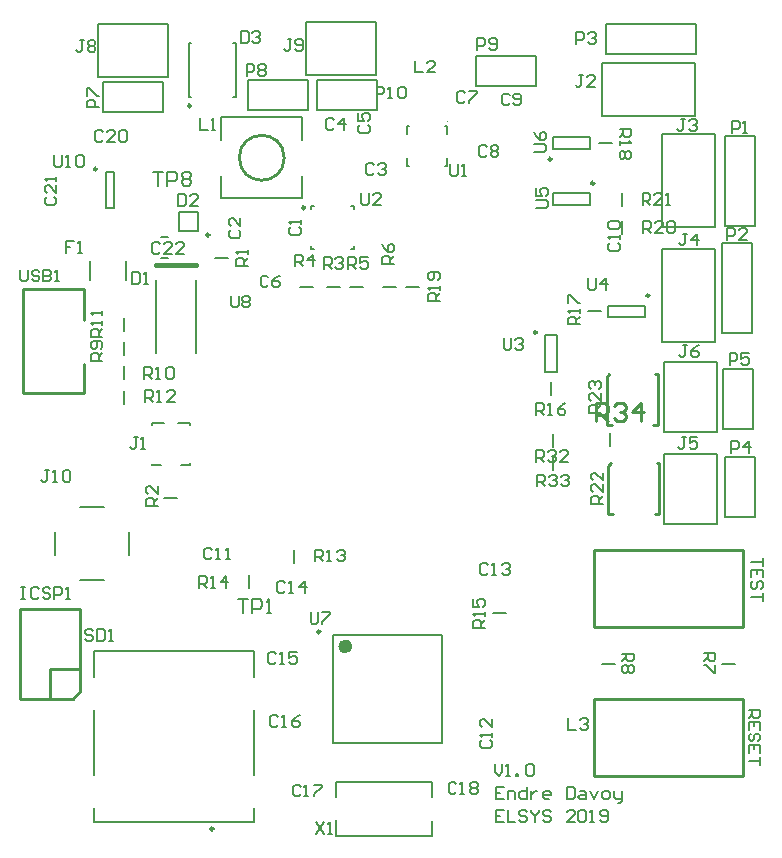
<source format=gto>
G04*
G04 #@! TF.GenerationSoftware,Altium Limited,Altium Designer,18.1.9 (240)*
G04*
G04 Layer_Color=65535*
%FSLAX44Y44*%
%MOMM*%
G71*
G01*
G75*
%ADD10C,0.2540*%
%ADD11C,0.1000*%
%ADD12C,0.2500*%
%ADD13C,0.6000*%
%ADD14C,0.2000*%
%ADD15C,0.4000*%
D10*
X235841Y575684D02*
G03*
X235841Y575684I-19002J0D01*
G01*
X12300Y194046D02*
X63100D01*
X12300Y117846D02*
Y194046D01*
X37700Y143246D02*
X63100D01*
X37700Y117846D02*
Y143246D01*
X63100Y124196D02*
Y194046D01*
X56750Y117846D02*
X63100Y124196D01*
X12300Y117846D02*
X56750D01*
X498190Y52340D02*
X623920D01*
Y117110D01*
X498190D02*
X623920D01*
X498190Y52340D02*
Y117110D01*
X66000Y376250D02*
Y400750D01*
X14750Y376250D02*
X66000D01*
Y438000D02*
Y464750D01*
X14750D02*
X66000D01*
X14750Y376250D02*
Y464750D01*
X509000Y349500D02*
Y390500D01*
X511000Y392500D01*
X509000Y349500D02*
X513000D01*
X548000D02*
X552000D01*
X550000Y392500D02*
X552000D01*
Y349500D02*
Y392500D01*
X510390Y274000D02*
Y315000D01*
X512390Y317000D01*
X510390Y274000D02*
X514390D01*
X549390D02*
X553390D01*
X551390Y317000D02*
X553390D01*
Y274000D02*
Y317000D01*
X498360Y178450D02*
X624090D01*
Y243220D01*
X498360D02*
X624090D01*
X498360Y178450D02*
Y243220D01*
X499998Y352712D02*
Y367947D01*
X507616D01*
X510155Y365408D01*
Y360330D01*
X507616Y357790D01*
X499998D01*
X505076D02*
X510155Y352712D01*
X515233Y365408D02*
X517772Y367947D01*
X522851D01*
X525390Y365408D01*
Y362869D01*
X522851Y360330D01*
X520311D01*
X522851D01*
X525390Y357790D01*
Y355251D01*
X522851Y352712D01*
X517772D01*
X515233Y355251D01*
X538086Y352712D02*
Y367947D01*
X530468Y360330D01*
X540625D01*
D11*
X374068Y606545D02*
G03*
X374068Y606545I-500J0D01*
G01*
D12*
X253338Y533433D02*
G03*
X253338Y533433I-1250J0D01*
G01*
X462250Y574574D02*
G03*
X462250Y574574I-1250J0D01*
G01*
X266250Y174500D02*
G03*
X266250Y174500I-1250J0D01*
G01*
X172438Y510313D02*
G03*
X172438Y510313I-1250J0D01*
G01*
X156873Y619605D02*
G03*
X156873Y619605I-1250J0D01*
G01*
X175910Y7500D02*
G03*
X175910Y7500I-1250J0D01*
G01*
X77328Y566116D02*
G03*
X77328Y566116I-1250J0D01*
G01*
X498250Y554074D02*
G03*
X498250Y554074I-1250J0D01*
G01*
X544955Y459092D02*
G03*
X544955Y459092I-1250J0D01*
G01*
X449710Y428000D02*
G03*
X449710Y428000I-1250J0D01*
G01*
D13*
X290500Y162000D02*
G03*
X290500Y162000I-3000J0D01*
G01*
D14*
X512000Y331500D02*
Y342500D01*
X156052Y349250D02*
Y351000D01*
X146052D02*
X156052D01*
X124052Y349250D02*
Y351000D01*
X134052D01*
X156052Y315500D02*
Y317000D01*
X148802Y315500D02*
X156052D01*
X124052D02*
X131302D01*
X124052D02*
Y316750D01*
X251128Y541393D02*
Y560443D01*
X182548Y541393D02*
X251128D01*
X182548D02*
Y560443D01*
Y590923D02*
Y609973D01*
X251128D01*
Y590923D02*
Y609973D01*
X339568Y568545D02*
Y575095D01*
Y595995D02*
Y602545D01*
X373568Y568545D02*
Y575095D01*
Y595995D02*
Y602545D01*
X339568Y568545D02*
X341318D01*
X371818D02*
X373568D01*
X339568Y602545D02*
X341318D01*
X371818D02*
X373568D01*
X258588Y498433D02*
X261088D01*
X258588D02*
Y500933D01*
X292588Y498433D02*
X295088D01*
Y500933D01*
Y532433D02*
Y534933D01*
X292588D02*
X295088D01*
X258588D02*
X261088D01*
X258588Y532433D02*
Y534933D01*
X463500Y583074D02*
X494500D01*
X463500Y593074D02*
X494500D01*
X463500Y583074D02*
Y593074D01*
X494500Y583074D02*
Y593074D01*
X279360Y1140D02*
Y15110D01*
Y1140D02*
X360640D01*
Y13840D01*
Y34160D02*
Y46860D01*
X279360Y34160D02*
Y46860D01*
X360640D01*
X277500Y80000D02*
Y172000D01*
X369500Y80000D02*
Y172000D01*
X277500D02*
X369500D01*
X277500Y80000D02*
X369500D01*
X147038Y513663D02*
X162638D01*
X147038D02*
Y530163D01*
X162638D01*
Y513663D02*
Y530163D01*
X192553Y673000D02*
X194838D01*
X192553Y627000D02*
X194838D01*
X154838Y673000D02*
X157123D01*
X154838Y627000D02*
X157123D01*
X194838D02*
Y673000D01*
X154838Y627000D02*
Y673000D01*
X210610Y136000D02*
Y158500D01*
X74610Y13500D02*
X210610D01*
X74610Y158500D02*
X210610D01*
X74610Y53000D02*
Y108000D01*
X210610Y13500D02*
Y25000D01*
X74610Y13500D02*
Y25000D01*
X210610Y53000D02*
Y108000D01*
X74610Y136000D02*
Y158500D01*
X78500Y644000D02*
X137500D01*
X78500D02*
Y689000D01*
X137500D01*
Y644000D02*
Y689000D01*
X104054Y239000D02*
Y259000D01*
X63054Y218000D02*
X83054D01*
X42054Y239000D02*
Y259000D01*
X63054Y280000D02*
X83054D01*
X131773Y508500D02*
X137773D01*
X131773Y490500D02*
X137773D01*
X71170Y472000D02*
Y488000D01*
X102170Y472000D02*
Y488000D01*
X99892Y367000D02*
Y378000D01*
X504501Y656000D02*
X583501D01*
Y611000D02*
Y656000D01*
X504501Y611000D02*
X583501D01*
X504501D02*
Y656000D01*
X602000Y343500D02*
Y402500D01*
X557000Y343500D02*
X602000D01*
X557000D02*
Y402500D01*
X602000D01*
X508300Y688700D02*
X584500D01*
X508300Y663300D02*
Y688700D01*
Y663300D02*
X584500D01*
Y688700D01*
X607300Y397100D02*
X632700D01*
Y346300D02*
Y397100D01*
X607300Y346300D02*
X632700D01*
X607300D02*
Y397100D01*
X127290Y410000D02*
Y472000D01*
X161290Y410000D02*
Y472000D01*
X463232Y311420D02*
Y322420D01*
X91578Y533366D02*
Y563366D01*
X84578Y533366D02*
Y563366D01*
Y533366D02*
X91578D01*
X84578Y563366D02*
X91578D01*
X463500Y545574D02*
X494500D01*
X463500Y535574D02*
X494500D01*
Y545574D01*
X463500Y535574D02*
Y545574D01*
X510205Y450592D02*
X541205D01*
X510205Y440592D02*
X541205D01*
Y450592D01*
X510205Y440592D02*
Y450592D01*
X456960Y394500D02*
Y425500D01*
X466960Y394500D02*
Y425500D01*
X456960D02*
X466960D01*
X456960Y394500D02*
X466960D01*
X463232Y330420D02*
Y341420D01*
X521500Y535092D02*
Y546092D01*
Y511183D02*
Y522183D01*
X339338Y466683D02*
X350338D01*
X502500Y588074D02*
X513500D01*
X493125Y445592D02*
X504125D01*
X461460Y374500D02*
Y385500D01*
X413000Y190000D02*
X424000D01*
X206000Y211500D02*
Y222500D01*
X244000Y232500D02*
Y243500D01*
X99892Y429000D02*
Y440000D01*
Y388000D02*
Y399000D01*
X100079Y408550D02*
Y419550D01*
X504890Y147000D02*
X515890D01*
X606890D02*
X617890D01*
X319338Y466683D02*
X330338D01*
X291338D02*
X302338D01*
X249338D02*
X260338D01*
X271838D02*
X282838D01*
X134392Y288000D02*
X145392D01*
X177500Y491092D02*
X188500D01*
X313998Y616300D02*
Y641700D01*
X263198Y616300D02*
X313998D01*
X263198D02*
Y641700D01*
X313998D01*
X398300Y636300D02*
Y661700D01*
X449100D01*
Y636300D02*
Y661700D01*
X398300Y636300D02*
X449100D01*
X205328Y616300D02*
Y641700D01*
X256128D01*
Y616300D02*
Y641700D01*
X205328Y616300D02*
X256128D01*
X82300Y614300D02*
Y639700D01*
X133100D01*
Y614300D02*
Y639700D01*
X82300Y614300D02*
X133100D01*
X608690Y322100D02*
X634090D01*
Y271300D02*
Y322100D01*
X608690Y271300D02*
X634090D01*
X608690D02*
Y322100D01*
X631700Y427400D02*
Y503600D01*
X606300D02*
X631700D01*
X606300Y427400D02*
Y503600D01*
Y427400D02*
X631700D01*
X634200Y518272D02*
Y594472D01*
X608800D02*
X634200D01*
X608800Y518272D02*
Y594472D01*
Y518272D02*
X634200D01*
X254500Y646000D02*
X313500D01*
X254500D02*
Y691000D01*
X313500D01*
Y646000D02*
Y691000D01*
X602390Y265500D02*
Y324500D01*
X557390Y265500D02*
X602390D01*
X557390D02*
Y324500D01*
X602390D01*
X601000Y419371D02*
Y498372D01*
X556000Y419371D02*
X601000D01*
X556000D02*
Y498372D01*
X601000D01*
Y516871D02*
Y595872D01*
X556000Y516871D02*
X601000D01*
X556000D02*
Y595872D01*
X601000D01*
X414000Y62337D02*
Y55672D01*
X417332Y52340D01*
X420664Y55672D01*
Y62337D01*
X423997Y52340D02*
X427329D01*
X425663D01*
Y62337D01*
X423997Y60671D01*
X432327Y52340D02*
Y54006D01*
X433994D01*
Y52340D01*
X432327D01*
X440658Y60671D02*
X442324Y62337D01*
X445657D01*
X447323Y60671D01*
Y54006D01*
X445657Y52340D01*
X442324D01*
X440658Y54006D01*
Y60671D01*
X421665Y23497D02*
X415000D01*
Y13500D01*
X421665D01*
X415000Y18499D02*
X418332D01*
X424997Y23497D02*
Y13500D01*
X431661D01*
X441658Y21831D02*
X439992Y23497D01*
X436660D01*
X434994Y21831D01*
Y20165D01*
X436660Y18499D01*
X439992D01*
X441658Y16832D01*
Y15166D01*
X439992Y13500D01*
X436660D01*
X434994Y15166D01*
X444990Y23497D02*
Y21831D01*
X448323Y18499D01*
X451655Y21831D01*
Y23497D01*
X448323Y18499D02*
Y13500D01*
X461652Y21831D02*
X459986Y23497D01*
X456653D01*
X454987Y21831D01*
Y20165D01*
X456653Y18499D01*
X459986D01*
X461652Y16832D01*
Y15166D01*
X459986Y13500D01*
X456653D01*
X454987Y15166D01*
X481645Y13500D02*
X474981D01*
X481645Y20165D01*
Y21831D01*
X479979Y23497D01*
X476647D01*
X474981Y21831D01*
X484977D02*
X486644Y23497D01*
X489976D01*
X491642Y21831D01*
Y15166D01*
X489976Y13500D01*
X486644D01*
X484977Y15166D01*
Y21831D01*
X494974Y13500D02*
X498307D01*
X496640D01*
Y23497D01*
X494974Y21831D01*
X503305Y15166D02*
X504971Y13500D01*
X508303D01*
X509969Y15166D01*
Y21831D01*
X508303Y23497D01*
X504971D01*
X503305Y21831D01*
Y20165D01*
X504971Y18499D01*
X509969D01*
X421665Y42997D02*
X415000D01*
Y33000D01*
X421665D01*
X415000Y37998D02*
X418332D01*
X424997Y33000D02*
Y39664D01*
X429995D01*
X431661Y37998D01*
Y33000D01*
X441658Y42997D02*
Y33000D01*
X436660D01*
X434994Y34666D01*
Y37998D01*
X436660Y39664D01*
X441658D01*
X444990D02*
Y33000D01*
Y36332D01*
X446656Y37998D01*
X448323Y39664D01*
X449989D01*
X459986Y33000D02*
X456653D01*
X454987Y34666D01*
Y37998D01*
X456653Y39664D01*
X459986D01*
X461652Y37998D01*
Y36332D01*
X454987D01*
X474981Y42997D02*
Y33000D01*
X479979D01*
X481645Y34666D01*
Y41331D01*
X479979Y42997D01*
X474981D01*
X486644Y39664D02*
X489976D01*
X491642Y37998D01*
Y33000D01*
X486644D01*
X484977Y34666D01*
X486644Y36332D01*
X491642D01*
X494974Y39664D02*
X498307Y33000D01*
X501639Y39664D01*
X506637Y33000D02*
X509969D01*
X511636Y34666D01*
Y37998D01*
X509969Y39664D01*
X506637D01*
X504971Y37998D01*
Y34666D01*
X506637Y33000D01*
X514968Y39664D02*
Y34666D01*
X516634Y33000D01*
X521632D01*
Y31334D01*
X519966Y29668D01*
X518300D01*
X521632Y33000D02*
Y39664D01*
X197000Y201996D02*
X204998D01*
X200999D01*
Y190000D01*
X208996D02*
Y201996D01*
X214994D01*
X216994Y199997D01*
Y195998D01*
X214994Y193999D01*
X208996D01*
X220992Y190000D02*
X224991D01*
X222992D01*
Y201996D01*
X220992Y199997D01*
X125008Y563996D02*
X133006D01*
X129007D01*
Y552000D01*
X137004D02*
Y563996D01*
X143002D01*
X145002Y561997D01*
Y557998D01*
X143002Y555999D01*
X137004D01*
X149000Y561997D02*
X151000Y563996D01*
X154998D01*
X156998Y561997D01*
Y559997D01*
X154998Y557998D01*
X156998Y555999D01*
Y553999D01*
X154998Y552000D01*
X151000D01*
X149000Y553999D01*
Y555999D01*
X151000Y557998D01*
X149000Y559997D01*
Y561997D01*
X151000Y557998D02*
X154998D01*
X41000Y577997D02*
Y569666D01*
X42666Y568000D01*
X45998D01*
X47664Y569666D01*
Y577997D01*
X50997Y568000D02*
X54329D01*
X52663D01*
Y577997D01*
X50997Y576331D01*
X59327D02*
X60994Y577997D01*
X64326D01*
X65992Y576331D01*
Y569666D01*
X64326Y568000D01*
X60994D01*
X59327Y569666D01*
Y576331D01*
X450232Y297496D02*
Y307493D01*
X455231D01*
X456897Y305827D01*
Y302494D01*
X455231Y300828D01*
X450232D01*
X453564D02*
X456897Y297496D01*
X460229Y305827D02*
X461895Y307493D01*
X465227D01*
X466894Y305827D01*
Y304161D01*
X465227Y302494D01*
X463561D01*
X465227D01*
X466894Y300828D01*
Y299162D01*
X465227Y297496D01*
X461895D01*
X460229Y299162D01*
X470226Y305827D02*
X471892Y307493D01*
X475224D01*
X476890Y305827D01*
Y304161D01*
X475224Y302494D01*
X473558D01*
X475224D01*
X476890Y300828D01*
Y299162D01*
X475224Y297496D01*
X471892D01*
X470226Y299162D01*
X449232Y317873D02*
Y327870D01*
X454231D01*
X455897Y326203D01*
Y322871D01*
X454231Y321205D01*
X449232D01*
X452564D02*
X455897Y317873D01*
X459229Y326203D02*
X460895Y327870D01*
X464227D01*
X465894Y326203D01*
Y324537D01*
X464227Y322871D01*
X462561D01*
X464227D01*
X465894Y321205D01*
Y319539D01*
X464227Y317873D01*
X460895D01*
X459229Y319539D01*
X475890Y317873D02*
X469226D01*
X475890Y324537D01*
Y326203D01*
X474224Y327870D01*
X470892D01*
X469226Y326203D01*
X130617Y502505D02*
X128950Y504171D01*
X125618D01*
X123952Y502505D01*
Y495840D01*
X125618Y494174D01*
X128950D01*
X130617Y495840D01*
X140613Y494174D02*
X133949D01*
X140613Y500839D01*
Y502505D01*
X138947Y504171D01*
X135615D01*
X133949Y502505D01*
X150610Y494174D02*
X143946D01*
X150610Y500839D01*
Y502505D01*
X148944Y504171D01*
X145612D01*
X143946Y502505D01*
X34669Y542347D02*
X33003Y540681D01*
Y537349D01*
X34669Y535683D01*
X41334D01*
X43000Y537349D01*
Y540681D01*
X41334Y542347D01*
X43000Y552344D02*
Y545680D01*
X36335Y552344D01*
X34669D01*
X33003Y550678D01*
Y547346D01*
X34669Y545680D01*
X43000Y555676D02*
Y559009D01*
Y557343D01*
X33003D01*
X34669Y555676D01*
X82664Y597331D02*
X80998Y598997D01*
X77666D01*
X76000Y597331D01*
Y590666D01*
X77666Y589000D01*
X80998D01*
X82664Y590666D01*
X92661Y589000D02*
X85997D01*
X92661Y595664D01*
Y597331D01*
X90995Y598997D01*
X87663D01*
X85997Y597331D01*
X95994D02*
X97660Y598997D01*
X100992D01*
X102658Y597331D01*
Y590666D01*
X100992Y589000D01*
X97660D01*
X95994Y590666D01*
Y597331D01*
X504000Y360000D02*
X494003D01*
Y364999D01*
X495669Y366665D01*
X499002D01*
X500668Y364999D01*
Y360000D01*
Y363332D02*
X504000Y366665D01*
Y376661D02*
Y369997D01*
X497336Y376661D01*
X495669D01*
X494003Y374995D01*
Y371663D01*
X495669Y369997D01*
Y379994D02*
X494003Y381660D01*
Y384992D01*
X495669Y386658D01*
X497336D01*
X499002Y384992D01*
Y383326D01*
Y384992D01*
X500668Y386658D01*
X502334D01*
X504000Y384992D01*
Y381660D01*
X502334Y379994D01*
X506000Y282520D02*
X496003D01*
Y287518D01*
X497669Y289185D01*
X501002D01*
X502668Y287518D01*
Y282520D01*
Y285852D02*
X506000Y289185D01*
Y299181D02*
Y292517D01*
X499336Y299181D01*
X497669D01*
X496003Y297515D01*
Y294183D01*
X497669Y292517D01*
X506000Y309178D02*
Y302514D01*
X499336Y309178D01*
X497669D01*
X496003Y307512D01*
Y304180D01*
X497669Y302514D01*
X612938Y400000D02*
Y409997D01*
X617936D01*
X619602Y408331D01*
Y404999D01*
X617936Y403332D01*
X612938D01*
X629599Y409997D02*
X622934D01*
Y404999D01*
X626267Y406665D01*
X627933D01*
X629599Y404999D01*
Y401666D01*
X627933Y400000D01*
X624601D01*
X622934Y401666D01*
X614000Y326000D02*
Y335997D01*
X618998D01*
X620664Y334331D01*
Y330998D01*
X618998Y329332D01*
X614000D01*
X628995Y326000D02*
Y335997D01*
X623997Y330998D01*
X630661D01*
X483000Y672000D02*
Y681997D01*
X487998D01*
X489664Y680331D01*
Y676998D01*
X487998Y675332D01*
X483000D01*
X492997Y680331D02*
X494663Y681997D01*
X497995D01*
X499661Y680331D01*
Y678664D01*
X497995Y676998D01*
X496329D01*
X497995D01*
X499661Y675332D01*
Y673666D01*
X497995Y672000D01*
X494663D01*
X492997Y673666D01*
X576665Y416997D02*
X573332D01*
X574998D01*
Y408666D01*
X573332Y407000D01*
X571666D01*
X570000Y408666D01*
X586661Y416997D02*
X583329Y415331D01*
X579997Y411998D01*
Y408666D01*
X581663Y407000D01*
X584995D01*
X586661Y408666D01*
Y410332D01*
X584995Y411998D01*
X579997D01*
X575664Y338997D02*
X572332D01*
X573998D01*
Y330666D01*
X572332Y329000D01*
X570666D01*
X569000Y330666D01*
X585661Y338997D02*
X578997D01*
Y333998D01*
X582329Y335665D01*
X583995D01*
X585661Y333998D01*
Y330666D01*
X583995Y329000D01*
X580663D01*
X578997Y330666D01*
X489165Y645997D02*
X485832D01*
X487499D01*
Y637666D01*
X485832Y636000D01*
X484166D01*
X482500Y637666D01*
X499161Y636000D02*
X492497D01*
X499161Y642665D01*
Y644331D01*
X497495Y645997D01*
X494163D01*
X492497Y644331D01*
X12000Y480997D02*
Y472666D01*
X13666Y471000D01*
X16998D01*
X18664Y472666D01*
Y480997D01*
X28661Y479331D02*
X26995Y480997D01*
X23663D01*
X21997Y479331D01*
Y477665D01*
X23663Y475998D01*
X26995D01*
X28661Y474332D01*
Y472666D01*
X26995Y471000D01*
X23663D01*
X21997Y472666D01*
X31994Y480997D02*
Y471000D01*
X36992D01*
X38658Y472666D01*
Y474332D01*
X36992Y475998D01*
X31994D01*
X36992D01*
X38658Y477665D01*
Y479331D01*
X36992Y480997D01*
X31994D01*
X41990Y471000D02*
X45323D01*
X43657D01*
Y480997D01*
X41990Y479331D01*
X118162Y368674D02*
Y378671D01*
X123160D01*
X124826Y377005D01*
Y373672D01*
X123160Y372006D01*
X118162D01*
X121494D02*
X124826Y368674D01*
X128159D02*
X131491D01*
X129825D01*
Y378671D01*
X128159Y377005D01*
X143154Y368674D02*
X136489D01*
X143154Y375339D01*
Y377005D01*
X141488Y378671D01*
X138155D01*
X136489Y377005D01*
X82000Y424000D02*
X72003D01*
Y428998D01*
X73669Y430664D01*
X77002D01*
X78668Y428998D01*
Y424000D01*
Y427332D02*
X82000Y430664D01*
Y433997D02*
Y437329D01*
Y435663D01*
X72003D01*
X73669Y433997D01*
X82000Y442327D02*
Y445660D01*
Y443993D01*
X72003D01*
X73669Y442327D01*
X117392Y388180D02*
Y398177D01*
X122390D01*
X124056Y396511D01*
Y393178D01*
X122390Y391512D01*
X117392D01*
X120724D02*
X124056Y388180D01*
X127389D02*
X130721D01*
X129055D01*
Y398177D01*
X127389Y396511D01*
X135719D02*
X137386Y398177D01*
X140718D01*
X142384Y396511D01*
Y389846D01*
X140718Y388180D01*
X137386D01*
X135719Y389846D01*
Y396511D01*
X82000Y404000D02*
X72003D01*
Y408998D01*
X73669Y410664D01*
X77002D01*
X78668Y408998D01*
Y404000D01*
Y407332D02*
X82000Y410664D01*
X80334Y413997D02*
X82000Y415663D01*
Y418995D01*
X80334Y420661D01*
X73669D01*
X72003Y418995D01*
Y415663D01*
X73669Y413997D01*
X75335D01*
X77002Y415663D01*
Y420661D01*
X57664Y504997D02*
X51000D01*
Y499998D01*
X54332D01*
X51000D01*
Y495000D01*
X60997D02*
X64329D01*
X62663D01*
Y504997D01*
X60997Y503331D01*
X107000Y478735D02*
Y468738D01*
X111998D01*
X113665Y470405D01*
Y477069D01*
X111998Y478735D01*
X107000D01*
X116997Y468738D02*
X120329D01*
X118663D01*
Y478735D01*
X116997Y477069D01*
X314000Y626000D02*
Y635997D01*
X318998D01*
X320664Y634331D01*
Y630998D01*
X318998Y629332D01*
X314000D01*
X323997Y626000D02*
X327329D01*
X325663D01*
Y635997D01*
X323997Y634331D01*
X332327D02*
X333994Y635997D01*
X337326D01*
X338992Y634331D01*
Y627666D01*
X337326Y626000D01*
X333994D01*
X332327Y627666D01*
Y634331D01*
X399000Y667000D02*
Y676997D01*
X403998D01*
X405664Y675331D01*
Y671999D01*
X403998Y670332D01*
X399000D01*
X408997Y668666D02*
X410663Y667000D01*
X413995D01*
X415661Y668666D01*
Y675331D01*
X413995Y676997D01*
X410663D01*
X408997Y675331D01*
Y673665D01*
X410663Y671999D01*
X415661D01*
X204000Y645000D02*
Y654997D01*
X208998D01*
X210665Y653331D01*
Y649998D01*
X208998Y648332D01*
X204000D01*
X213997Y653331D02*
X215663Y654997D01*
X218995D01*
X220661Y653331D01*
Y651665D01*
X218995Y649998D01*
X220661Y648332D01*
Y646666D01*
X218995Y645000D01*
X215663D01*
X213997Y646666D01*
Y648332D01*
X215663Y649998D01*
X213997Y651665D01*
Y653331D01*
X215663Y649998D02*
X218995D01*
X79000Y618275D02*
X69003D01*
Y623274D01*
X70669Y624940D01*
X74002D01*
X75668Y623274D01*
Y618275D01*
X69003Y628272D02*
Y634937D01*
X70669D01*
X77334Y628272D01*
X79000D01*
X129162Y280856D02*
X119165D01*
Y285855D01*
X120831Y287521D01*
X124164D01*
X125830Y285855D01*
Y280856D01*
Y284189D02*
X129162Y287521D01*
Y297518D02*
Y290853D01*
X122497Y297518D01*
X120831D01*
X119165Y295851D01*
Y292519D01*
X120831Y290853D01*
X36556Y311247D02*
X33224D01*
X34890D01*
Y302916D01*
X33224Y301250D01*
X31558D01*
X29892Y302916D01*
X39889Y301250D02*
X43221D01*
X41555D01*
Y311247D01*
X39889Y309581D01*
X48219D02*
X49886Y311247D01*
X53218D01*
X54884Y309581D01*
Y302916D01*
X53218Y301250D01*
X49886D01*
X48219Y302916D01*
Y309581D01*
X66075Y674997D02*
X62742D01*
X64409D01*
Y666666D01*
X62742Y665000D01*
X61076D01*
X59410Y666666D01*
X69407Y673331D02*
X71073Y674997D01*
X74405D01*
X76072Y673331D01*
Y671665D01*
X74405Y669998D01*
X76072Y668332D01*
Y666666D01*
X74405Y665000D01*
X71073D01*
X69407Y666666D01*
Y668332D01*
X71073Y669998D01*
X69407Y671665D01*
Y673331D01*
X71073Y669998D02*
X74405D01*
X576665Y511497D02*
X573332D01*
X574998D01*
Y503166D01*
X573332Y501500D01*
X571666D01*
X570000Y503166D01*
X584995Y501500D02*
Y511497D01*
X579997Y506498D01*
X586661D01*
X575456Y608451D02*
X572124D01*
X573790D01*
Y600121D01*
X572124Y598455D01*
X570458D01*
X568792Y600121D01*
X578789Y606785D02*
X580455Y608451D01*
X583787D01*
X585453Y606785D01*
Y605119D01*
X583787Y603453D01*
X582121D01*
X583787D01*
X585453Y601787D01*
Y600121D01*
X583787Y598455D01*
X580455D01*
X578789Y600121D01*
X242003Y675997D02*
X238670D01*
X240336D01*
Y667666D01*
X238670Y666000D01*
X237004D01*
X235338Y667666D01*
X245335D02*
X247001Y666000D01*
X250333D01*
X251999Y667666D01*
Y674331D01*
X250333Y675997D01*
X247001D01*
X245335Y674331D01*
Y672665D01*
X247001Y670999D01*
X251999D01*
X73974Y175099D02*
X72308Y176765D01*
X68976D01*
X67310Y175099D01*
Y173433D01*
X68976Y171766D01*
X72308D01*
X73974Y170100D01*
Y168434D01*
X72308Y166768D01*
X68976D01*
X67310Y168434D01*
X77307Y176765D02*
Y166768D01*
X82305D01*
X83971Y168434D01*
Y175099D01*
X82305Y176765D01*
X77307D01*
X87304Y166768D02*
X90636D01*
X88970D01*
Y176765D01*
X87304Y175099D01*
X199000Y682997D02*
Y673000D01*
X203998D01*
X205665Y674666D01*
Y681331D01*
X203998Y682997D01*
X199000D01*
X208997Y681331D02*
X210663Y682997D01*
X213995D01*
X215661Y681331D01*
Y679665D01*
X213995Y677998D01*
X212329D01*
X213995D01*
X215661Y676332D01*
Y674666D01*
X213995Y673000D01*
X210663D01*
X208997Y674666D01*
X146052Y544997D02*
Y535000D01*
X151050D01*
X152716Y536666D01*
Y543331D01*
X151050Y544997D01*
X146052D01*
X162713Y535000D02*
X156049D01*
X162713Y541665D01*
Y543331D01*
X161047Y544997D01*
X157715D01*
X156049Y543331D01*
X539210Y536000D02*
Y545997D01*
X544208D01*
X545874Y544331D01*
Y540998D01*
X544208Y539332D01*
X539210D01*
X542542D02*
X545874Y536000D01*
X555871D02*
X549207D01*
X555871Y542665D01*
Y544331D01*
X554205Y545997D01*
X550873D01*
X549207Y544331D01*
X559203Y536000D02*
X562536D01*
X560870D01*
Y545997D01*
X559203Y544331D01*
X540000Y512306D02*
Y522303D01*
X544998D01*
X546665Y520637D01*
Y517304D01*
X544998Y515638D01*
X540000D01*
X543332D02*
X546665Y512306D01*
X556661D02*
X549997D01*
X556661Y518970D01*
Y520637D01*
X554995Y522303D01*
X551663D01*
X549997Y520637D01*
X559994D02*
X561660Y522303D01*
X564992D01*
X566658Y520637D01*
Y513972D01*
X564992Y512306D01*
X561660D01*
X559994Y513972D01*
Y520637D01*
X368000Y454162D02*
X358003D01*
Y459160D01*
X359669Y460826D01*
X363002D01*
X364668Y459160D01*
Y454162D01*
Y457494D02*
X368000Y460826D01*
Y464159D02*
Y467491D01*
Y465825D01*
X358003D01*
X359669Y464159D01*
X366334Y472489D02*
X368000Y474155D01*
Y477487D01*
X366334Y479154D01*
X359669D01*
X358003Y477487D01*
Y474155D01*
X359669Y472489D01*
X361335D01*
X363002Y474155D01*
Y479154D01*
X611000Y506000D02*
Y515997D01*
X615998D01*
X617664Y514331D01*
Y510998D01*
X615998Y509332D01*
X611000D01*
X627661Y506000D02*
X620997D01*
X627661Y512665D01*
Y514331D01*
X625995Y515997D01*
X622663D01*
X620997Y514331D01*
X614713Y597045D02*
Y607042D01*
X619712D01*
X621378Y605376D01*
Y602044D01*
X619712Y600378D01*
X614713D01*
X624710Y597045D02*
X628042D01*
X626376D01*
Y607042D01*
X624710Y605376D01*
X519730Y600000D02*
X529727D01*
Y595002D01*
X528061Y593336D01*
X524728D01*
X523062Y595002D01*
Y600000D01*
Y596668D02*
X519730Y593336D01*
Y590003D02*
Y586671D01*
Y588337D01*
X529727D01*
X528061Y590003D01*
Y581673D02*
X529727Y580006D01*
Y576674D01*
X528061Y575008D01*
X526395D01*
X524728Y576674D01*
X523062Y575008D01*
X521396D01*
X519730Y576674D01*
Y580006D01*
X521396Y581673D01*
X523062D01*
X524728Y580006D01*
X526395Y581673D01*
X528061D01*
X524728Y580006D02*
Y576674D01*
X486297Y434605D02*
X476301D01*
Y439603D01*
X477967Y441269D01*
X481299D01*
X482965Y439603D01*
Y434605D01*
Y437937D02*
X486297Y441269D01*
Y444602D02*
Y447934D01*
Y446268D01*
X476301D01*
X477967Y444602D01*
X476301Y452932D02*
Y459597D01*
X477967D01*
X484631Y452932D01*
X486297D01*
X449000Y358000D02*
Y367997D01*
X453998D01*
X455664Y366331D01*
Y362999D01*
X453998Y361332D01*
X449000D01*
X452332D02*
X455664Y358000D01*
X458997D02*
X462329D01*
X460663D01*
Y367997D01*
X458997Y366331D01*
X473992Y367997D02*
X470660Y366331D01*
X467327Y362999D01*
Y359666D01*
X468994Y358000D01*
X472326D01*
X473992Y359666D01*
Y361332D01*
X472326Y362999D01*
X467327D01*
X258127Y190997D02*
Y182666D01*
X259793Y181000D01*
X263125D01*
X264792Y182666D01*
Y190997D01*
X268124D02*
X274788D01*
Y189331D01*
X268124Y182666D01*
Y181000D01*
X262568Y12997D02*
X269233Y3000D01*
Y12997D02*
X262568Y3000D01*
X272565D02*
X275897D01*
X274231D01*
Y12997D01*
X272565Y11331D01*
X190500Y458997D02*
Y450666D01*
X192166Y449000D01*
X195498D01*
X197164Y450666D01*
Y458997D01*
X200497Y457331D02*
X202163Y458997D01*
X205495D01*
X207161Y457331D01*
Y455664D01*
X205495Y453998D01*
X207161Y452332D01*
Y450666D01*
X205495Y449000D01*
X202163D01*
X200497Y450666D01*
Y452332D01*
X202163Y453998D01*
X200497Y455664D01*
Y457331D01*
X202163Y453998D02*
X205495D01*
X447284Y580545D02*
X455614D01*
X457280Y582212D01*
Y585544D01*
X455614Y587210D01*
X447284D01*
Y597207D02*
X448950Y593875D01*
X452282Y590542D01*
X455614D01*
X457280Y592208D01*
Y595541D01*
X455614Y597207D01*
X453948D01*
X452282Y595541D01*
Y590542D01*
X449003Y533092D02*
X457334D01*
X459000Y534758D01*
Y538090D01*
X457334Y539756D01*
X449003D01*
Y549753D02*
Y543088D01*
X454002D01*
X452336Y546421D01*
Y548087D01*
X454002Y549753D01*
X457334D01*
X459000Y548087D01*
Y544754D01*
X457334Y543088D01*
X493000Y473659D02*
Y465329D01*
X494666Y463662D01*
X497998D01*
X499664Y465329D01*
Y473659D01*
X507995Y463662D02*
Y473659D01*
X502997Y468661D01*
X509661D01*
X421578Y422997D02*
Y414666D01*
X423245Y413000D01*
X426577D01*
X428243Y414666D01*
Y422997D01*
X431575Y421331D02*
X433241Y422997D01*
X436573D01*
X438240Y421331D01*
Y419665D01*
X436573Y417999D01*
X434907D01*
X436573D01*
X438240Y416332D01*
Y414666D01*
X436573Y413000D01*
X433241D01*
X431575Y414666D01*
X301000Y545471D02*
Y537141D01*
X302666Y535474D01*
X305998D01*
X307665Y537141D01*
Y545471D01*
X317661Y535474D02*
X310997D01*
X317661Y542139D01*
Y543805D01*
X315995Y545471D01*
X312663D01*
X310997Y543805D01*
X376502Y570542D02*
Y562212D01*
X378168Y560546D01*
X381500D01*
X383166Y562212D01*
Y570542D01*
X386499Y560546D02*
X389831D01*
X388165D01*
Y570542D01*
X386499Y568876D01*
X629000Y108220D02*
X638997D01*
Y103221D01*
X637331Y101555D01*
X633998D01*
X632332Y103221D01*
Y108220D01*
Y104888D02*
X629000Y101555D01*
X638997Y91559D02*
Y98223D01*
X629000D01*
Y91559D01*
X633998Y98223D02*
Y94891D01*
X637331Y81562D02*
X638997Y83228D01*
Y86560D01*
X637331Y88226D01*
X635664D01*
X633998Y86560D01*
Y83228D01*
X632332Y81562D01*
X630666D01*
X629000Y83228D01*
Y86560D01*
X630666Y88226D01*
X638997Y71565D02*
Y78229D01*
X629000D01*
Y71565D01*
X633998Y78229D02*
Y74897D01*
X638997Y68233D02*
Y61568D01*
Y64900D01*
X629000D01*
X406000Y177437D02*
X396003D01*
Y182435D01*
X397669Y184101D01*
X401002D01*
X402668Y182435D01*
Y177437D01*
Y180769D02*
X406000Y184101D01*
Y187434D02*
Y190766D01*
Y189100D01*
X396003D01*
X397669Y187434D01*
X396003Y202429D02*
Y195764D01*
X401002D01*
X399336Y199097D01*
Y200763D01*
X401002Y202429D01*
X404334D01*
X406000Y200763D01*
Y197430D01*
X404334Y195764D01*
X163660Y211351D02*
Y221348D01*
X168658D01*
X170324Y219682D01*
Y216349D01*
X168658Y214683D01*
X163660D01*
X166992D02*
X170324Y211351D01*
X173656D02*
X176989D01*
X175323D01*
Y221348D01*
X173656Y219682D01*
X186985Y211351D02*
Y221348D01*
X181987Y216349D01*
X188652D01*
X262000Y233968D02*
Y243965D01*
X266998D01*
X268664Y242299D01*
Y238967D01*
X266998Y237300D01*
X262000D01*
X265332D02*
X268664Y233968D01*
X271997D02*
X275329D01*
X273663D01*
Y243965D01*
X271997Y242299D01*
X280327D02*
X281994Y243965D01*
X285326D01*
X286992Y242299D01*
Y240633D01*
X285326Y238967D01*
X283660D01*
X285326D01*
X286992Y237300D01*
Y235634D01*
X285326Y233968D01*
X281994D01*
X280327Y235634D01*
X521970Y155946D02*
X531967D01*
Y150948D01*
X530301Y149282D01*
X526969D01*
X525303Y150948D01*
Y155946D01*
Y152614D02*
X521970Y149282D01*
X530301Y145950D02*
X531967Y144284D01*
Y140951D01*
X530301Y139285D01*
X528635D01*
X526969Y140951D01*
X525303Y139285D01*
X523637D01*
X521970Y140951D01*
Y144284D01*
X523637Y145950D01*
X525303D01*
X526969Y144284D01*
X528635Y145950D01*
X530301D01*
X526969Y144284D02*
Y140951D01*
X591000Y156368D02*
X600997D01*
Y151370D01*
X599331Y149704D01*
X595998D01*
X594332Y151370D01*
Y156368D01*
Y153036D02*
X591000Y149704D01*
X600997Y146371D02*
Y139707D01*
X599331D01*
X592666Y146371D01*
X591000D01*
X329000Y485683D02*
X319003D01*
Y490681D01*
X320669Y492347D01*
X324002D01*
X325668Y490681D01*
Y485683D01*
Y489015D02*
X329000Y492347D01*
X319003Y502344D02*
X320669Y499012D01*
X324002Y495680D01*
X327334D01*
X329000Y497346D01*
Y500678D01*
X327334Y502344D01*
X325668D01*
X324002Y500678D01*
Y495680D01*
X289713Y481683D02*
Y491680D01*
X294712D01*
X296378Y490014D01*
Y486681D01*
X294712Y485015D01*
X289713D01*
X293046D02*
X296378Y481683D01*
X306375Y491680D02*
X299710D01*
Y486681D01*
X303042Y488347D01*
X304708D01*
X306375Y486681D01*
Y483349D01*
X304708Y481683D01*
X301376D01*
X299710Y483349D01*
X245000Y483754D02*
Y493750D01*
X249998D01*
X251665Y492084D01*
Y488752D01*
X249998Y487086D01*
X245000D01*
X248332D02*
X251665Y483754D01*
X259995D02*
Y493750D01*
X254997Y488752D01*
X261661D01*
X269246Y481683D02*
Y491680D01*
X274244D01*
X275910Y490014D01*
Y486681D01*
X274244Y485015D01*
X269246D01*
X272578D02*
X275910Y481683D01*
X279242Y490014D02*
X280909Y491680D01*
X284241D01*
X285907Y490014D01*
Y488347D01*
X284241Y486681D01*
X282575D01*
X284241D01*
X285907Y485015D01*
Y483349D01*
X284241Y481683D01*
X280909D01*
X279242Y483349D01*
X205000Y484000D02*
X195003D01*
Y488998D01*
X196669Y490664D01*
X200002D01*
X201668Y488998D01*
Y484000D01*
Y487332D02*
X205000Y490664D01*
Y493997D02*
Y497329D01*
Y495663D01*
X195003D01*
X196669Y493997D01*
X476500Y100997D02*
Y91000D01*
X483164D01*
X486497Y99331D02*
X488163Y100997D01*
X491495D01*
X493161Y99331D01*
Y97665D01*
X491495Y95998D01*
X489829D01*
X491495D01*
X493161Y94332D01*
Y92666D01*
X491495Y91000D01*
X488163D01*
X486497Y92666D01*
X347000Y657997D02*
Y648000D01*
X353665D01*
X363661D02*
X356997D01*
X363661Y654665D01*
Y656331D01*
X361995Y657997D01*
X358663D01*
X356997Y656331D01*
X164297Y608997D02*
Y599000D01*
X170961D01*
X174294D02*
X177626D01*
X175960D01*
Y608997D01*
X174294Y607331D01*
X111664Y339143D02*
X108332D01*
X109998D01*
Y330812D01*
X108332Y329146D01*
X106666D01*
X105000Y330812D01*
X114997Y329146D02*
X118329D01*
X116663D01*
Y339143D01*
X114997Y337477D01*
X12954Y212325D02*
X16286D01*
X14620D01*
Y202328D01*
X12954D01*
X16286D01*
X27949Y210659D02*
X26283Y212325D01*
X22951D01*
X21285Y210659D01*
Y203994D01*
X22951Y202328D01*
X26283D01*
X27949Y203994D01*
X37946Y210659D02*
X36280Y212325D01*
X32948D01*
X31281Y210659D01*
Y208993D01*
X32948Y207326D01*
X36280D01*
X37946Y205660D01*
Y203994D01*
X36280Y202328D01*
X32948D01*
X31281Y203994D01*
X41278Y202328D02*
Y212325D01*
X46277D01*
X47943Y210659D01*
Y207326D01*
X46277Y205660D01*
X41278D01*
X51275Y202328D02*
X54607D01*
X52941D01*
Y212325D01*
X51275Y210659D01*
X640997Y237000D02*
Y230336D01*
Y233668D01*
X631000D01*
X640997Y220339D02*
Y227003D01*
X631000D01*
Y220339D01*
X635998Y227003D02*
Y223671D01*
X639331Y210342D02*
X640997Y212008D01*
Y215340D01*
X639331Y217006D01*
X637664D01*
X635998Y215340D01*
Y212008D01*
X634332Y210342D01*
X632666D01*
X631000Y212008D01*
Y215340D01*
X632666Y217006D01*
X640997Y207010D02*
Y200345D01*
Y203677D01*
X631000D01*
X381665Y45331D02*
X379998Y46997D01*
X376666D01*
X375000Y45331D01*
Y38666D01*
X376666Y37000D01*
X379998D01*
X381665Y38666D01*
X384997Y37000D02*
X388329D01*
X386663D01*
Y46997D01*
X384997Y45331D01*
X393327D02*
X394994Y46997D01*
X398326D01*
X399992Y45331D01*
Y43665D01*
X398326Y41998D01*
X399992Y40332D01*
Y38666D01*
X398326Y37000D01*
X394994D01*
X393327Y38666D01*
Y40332D01*
X394994Y41998D01*
X393327Y43665D01*
Y45331D01*
X394994Y41998D02*
X398326D01*
X249664Y43331D02*
X247998Y44997D01*
X244666D01*
X243000Y43331D01*
Y36666D01*
X244666Y35000D01*
X247998D01*
X249664Y36666D01*
X252997Y35000D02*
X256329D01*
X254663D01*
Y44997D01*
X252997Y43331D01*
X261327Y44997D02*
X267992D01*
Y43331D01*
X261327Y36666D01*
Y35000D01*
X230665Y102331D02*
X228998Y103997D01*
X225666D01*
X224000Y102331D01*
Y95666D01*
X225666Y94000D01*
X228998D01*
X230665Y95666D01*
X233997Y94000D02*
X237329D01*
X235663D01*
Y103997D01*
X233997Y102331D01*
X248992Y103997D02*
X245660Y102331D01*
X242327Y98998D01*
Y95666D01*
X243994Y94000D01*
X247326D01*
X248992Y95666D01*
Y97332D01*
X247326Y98998D01*
X242327D01*
X228657Y155196D02*
X226991Y156862D01*
X223659D01*
X221993Y155196D01*
Y148531D01*
X223659Y146865D01*
X226991D01*
X228657Y148531D01*
X231989Y146865D02*
X235322D01*
X233655D01*
Y156862D01*
X231989Y155196D01*
X246985Y156862D02*
X240320D01*
Y151863D01*
X243652Y153529D01*
X245318D01*
X246985Y151863D01*
Y148531D01*
X245318Y146865D01*
X241986D01*
X240320Y148531D01*
X236665Y215561D02*
X234998Y217227D01*
X231666D01*
X230000Y215561D01*
Y208896D01*
X231666Y207230D01*
X234998D01*
X236665Y208896D01*
X239997Y207230D02*
X243329D01*
X241663D01*
Y217227D01*
X239997Y215561D01*
X253326Y207230D02*
Y217227D01*
X248327Y212228D01*
X254992D01*
X408665Y231060D02*
X406998Y232726D01*
X403666D01*
X402000Y231060D01*
Y224396D01*
X403666Y222730D01*
X406998D01*
X408665Y224396D01*
X411997Y222730D02*
X415329D01*
X413663D01*
Y232726D01*
X411997Y231060D01*
X420327D02*
X421994Y232726D01*
X425326D01*
X426992Y231060D01*
Y229394D01*
X425326Y227728D01*
X423660D01*
X425326D01*
X426992Y226062D01*
Y224396D01*
X425326Y222730D01*
X421994D01*
X420327Y224396D01*
X403170Y82324D02*
X401503Y80658D01*
Y77326D01*
X403170Y75660D01*
X409834D01*
X411500Y77326D01*
Y80658D01*
X409834Y82324D01*
X411500Y85656D02*
Y88989D01*
Y87323D01*
X401503D01*
X403170Y85656D01*
X411500Y100652D02*
Y93987D01*
X404836Y100652D01*
X403170D01*
X401503Y98986D01*
Y95653D01*
X403170Y93987D01*
X174664Y243961D02*
X172998Y245627D01*
X169666D01*
X168000Y243961D01*
Y237296D01*
X169666Y235630D01*
X172998D01*
X174664Y237296D01*
X177997Y235630D02*
X181329D01*
X179663D01*
Y245627D01*
X177997Y243961D01*
X186327Y235630D02*
X189660D01*
X187994D01*
Y245627D01*
X186327Y243961D01*
X511670Y503739D02*
X510003Y502072D01*
Y498740D01*
X511670Y497074D01*
X518334D01*
X520000Y498740D01*
Y502072D01*
X518334Y503739D01*
X520000Y507071D02*
Y510403D01*
Y508737D01*
X510003D01*
X511670Y507071D01*
Y515401D02*
X510003Y517067D01*
Y520400D01*
X511670Y522066D01*
X518334D01*
X520000Y520400D01*
Y517067D01*
X518334Y515401D01*
X511670D01*
X426616Y628444D02*
X424950Y630110D01*
X421618D01*
X419952Y628444D01*
Y621780D01*
X421618Y620113D01*
X424950D01*
X426616Y621780D01*
X429949D02*
X431615Y620113D01*
X434947D01*
X436613Y621780D01*
Y628444D01*
X434947Y630110D01*
X431615D01*
X429949Y628444D01*
Y626778D01*
X431615Y625112D01*
X436613D01*
X407233Y584616D02*
X405566Y586282D01*
X402234D01*
X400568Y584616D01*
Y577951D01*
X402234Y576285D01*
X405566D01*
X407233Y577951D01*
X410565Y584616D02*
X412231Y586282D01*
X415563D01*
X417229Y584616D01*
Y582950D01*
X415563Y581283D01*
X417229Y579617D01*
Y577951D01*
X415563Y576285D01*
X412231D01*
X410565Y577951D01*
Y579617D01*
X412231Y581283D01*
X410565Y582950D01*
Y584616D01*
X412231Y581283D02*
X415563D01*
X388929Y630331D02*
X387263Y631997D01*
X383931D01*
X382265Y630331D01*
Y623666D01*
X383931Y622000D01*
X387263D01*
X388929Y623666D01*
X392261Y631997D02*
X398926D01*
Y630331D01*
X392261Y623666D01*
Y622000D01*
X222474Y474331D02*
X220808Y475997D01*
X217475D01*
X215809Y474331D01*
Y467666D01*
X217475Y466000D01*
X220808D01*
X222474Y467666D01*
X232470Y475997D02*
X229138Y474331D01*
X225806Y470998D01*
Y467666D01*
X227472Y466000D01*
X230804D01*
X232470Y467666D01*
Y469332D01*
X230804Y470998D01*
X225806D01*
X300008Y603387D02*
X298342Y601721D01*
Y598388D01*
X300008Y596722D01*
X306672D01*
X308338Y598388D01*
Y601721D01*
X306672Y603387D01*
X298342Y613383D02*
Y606719D01*
X303340D01*
X301674Y610051D01*
Y611717D01*
X303340Y613383D01*
X306672D01*
X308338Y611717D01*
Y608385D01*
X306672Y606719D01*
X278064Y607331D02*
X276397Y608997D01*
X273065D01*
X271399Y607331D01*
Y600666D01*
X273065Y599000D01*
X276397D01*
X278064Y600666D01*
X286394Y599000D02*
Y608997D01*
X281396Y603998D01*
X288060D01*
X311665Y569331D02*
X309998Y570997D01*
X306666D01*
X305000Y569331D01*
Y562666D01*
X306666Y561000D01*
X309998D01*
X311665Y562666D01*
X314997Y569331D02*
X316663Y570997D01*
X319995D01*
X321661Y569331D01*
Y567664D01*
X319995Y565998D01*
X318329D01*
X319995D01*
X321661Y564332D01*
Y562666D01*
X319995Y561000D01*
X316663D01*
X314997Y562666D01*
X190508Y514847D02*
X188841Y513181D01*
Y509849D01*
X190508Y508183D01*
X197172D01*
X198838Y509849D01*
Y513181D01*
X197172Y514847D01*
X198838Y524844D02*
Y518180D01*
X192174Y524844D01*
X190508D01*
X188841Y523178D01*
Y519846D01*
X190508Y518180D01*
X241325Y516665D02*
X239659Y514999D01*
Y511666D01*
X241325Y510000D01*
X247989D01*
X249655Y511666D01*
Y514999D01*
X247989Y516665D01*
X249655Y519997D02*
Y523329D01*
Y521663D01*
X239659D01*
X241325Y519997D01*
D15*
X127290Y485000D02*
X161290D01*
M02*

</source>
